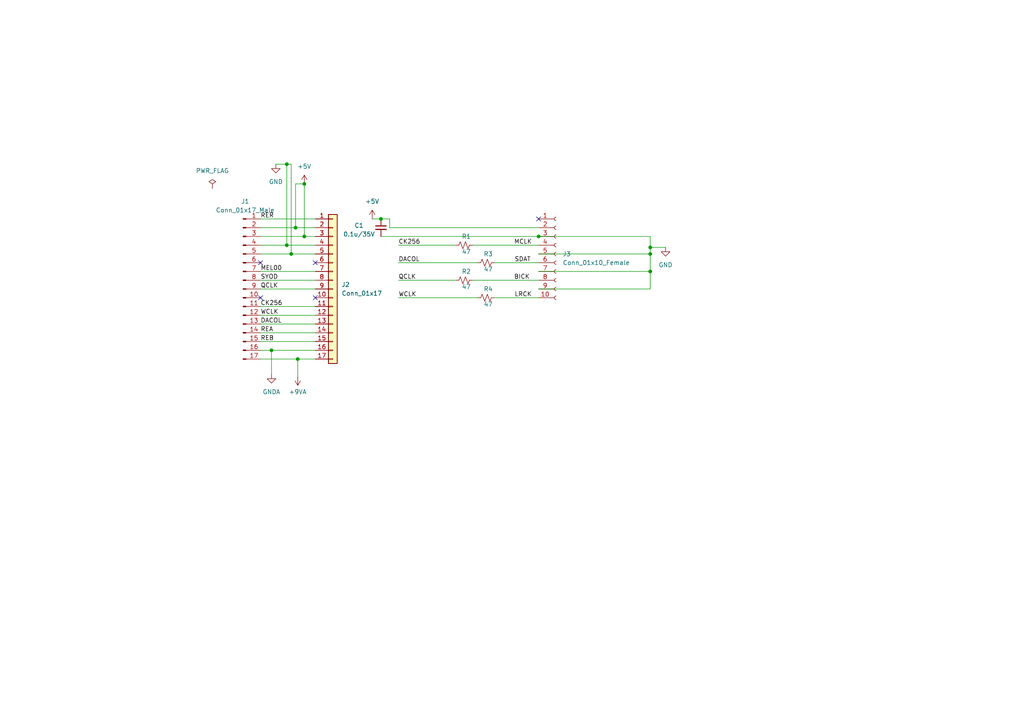
<source format=kicad_sch>
(kicad_sch (version 20211123) (generator eeschema)

  (uuid e63e39d7-6ac0-4ffd-8aa3-1841a4541b55)

  (paper "A4")

  (lib_symbols
    (symbol "Connector:Conn_01x10_Female" (pin_names (offset 1.016) hide) (in_bom yes) (on_board yes)
      (property "Reference" "J" (id 0) (at 0 12.7 0)
        (effects (font (size 1.27 1.27)))
      )
      (property "Value" "Conn_01x10_Female" (id 1) (at 0 -15.24 0)
        (effects (font (size 1.27 1.27)))
      )
      (property "Footprint" "" (id 2) (at 0 0 0)
        (effects (font (size 1.27 1.27)) hide)
      )
      (property "Datasheet" "~" (id 3) (at 0 0 0)
        (effects (font (size 1.27 1.27)) hide)
      )
      (property "ki_keywords" "connector" (id 4) (at 0 0 0)
        (effects (font (size 1.27 1.27)) hide)
      )
      (property "ki_description" "Generic connector, single row, 01x10, script generated (kicad-library-utils/schlib/autogen/connector/)" (id 5) (at 0 0 0)
        (effects (font (size 1.27 1.27)) hide)
      )
      (property "ki_fp_filters" "Connector*:*_1x??_*" (id 6) (at 0 0 0)
        (effects (font (size 1.27 1.27)) hide)
      )
      (symbol "Conn_01x10_Female_1_1"
        (arc (start 0 -12.192) (mid -0.508 -12.7) (end 0 -13.208)
          (stroke (width 0.1524) (type default) (color 0 0 0 0))
          (fill (type none))
        )
        (arc (start 0 -9.652) (mid -0.508 -10.16) (end 0 -10.668)
          (stroke (width 0.1524) (type default) (color 0 0 0 0))
          (fill (type none))
        )
        (arc (start 0 -7.112) (mid -0.508 -7.62) (end 0 -8.128)
          (stroke (width 0.1524) (type default) (color 0 0 0 0))
          (fill (type none))
        )
        (arc (start 0 -4.572) (mid -0.508 -5.08) (end 0 -5.588)
          (stroke (width 0.1524) (type default) (color 0 0 0 0))
          (fill (type none))
        )
        (arc (start 0 -2.032) (mid -0.508 -2.54) (end 0 -3.048)
          (stroke (width 0.1524) (type default) (color 0 0 0 0))
          (fill (type none))
        )
        (polyline
          (pts
            (xy -1.27 -12.7)
            (xy -0.508 -12.7)
          )
          (stroke (width 0.1524) (type default) (color 0 0 0 0))
          (fill (type none))
        )
        (polyline
          (pts
            (xy -1.27 -10.16)
            (xy -0.508 -10.16)
          )
          (stroke (width 0.1524) (type default) (color 0 0 0 0))
          (fill (type none))
        )
        (polyline
          (pts
            (xy -1.27 -7.62)
            (xy -0.508 -7.62)
          )
          (stroke (width 0.1524) (type default) (color 0 0 0 0))
          (fill (type none))
        )
        (polyline
          (pts
            (xy -1.27 -5.08)
            (xy -0.508 -5.08)
          )
          (stroke (width 0.1524) (type default) (color 0 0 0 0))
          (fill (type none))
        )
        (polyline
          (pts
            (xy -1.27 -2.54)
            (xy -0.508 -2.54)
          )
          (stroke (width 0.1524) (type default) (color 0 0 0 0))
          (fill (type none))
        )
        (polyline
          (pts
            (xy -1.27 0)
            (xy -0.508 0)
          )
          (stroke (width 0.1524) (type default) (color 0 0 0 0))
          (fill (type none))
        )
        (polyline
          (pts
            (xy -1.27 2.54)
            (xy -0.508 2.54)
          )
          (stroke (width 0.1524) (type default) (color 0 0 0 0))
          (fill (type none))
        )
        (polyline
          (pts
            (xy -1.27 5.08)
            (xy -0.508 5.08)
          )
          (stroke (width 0.1524) (type default) (color 0 0 0 0))
          (fill (type none))
        )
        (polyline
          (pts
            (xy -1.27 7.62)
            (xy -0.508 7.62)
          )
          (stroke (width 0.1524) (type default) (color 0 0 0 0))
          (fill (type none))
        )
        (polyline
          (pts
            (xy -1.27 10.16)
            (xy -0.508 10.16)
          )
          (stroke (width 0.1524) (type default) (color 0 0 0 0))
          (fill (type none))
        )
        (arc (start 0 0.508) (mid -0.508 0) (end 0 -0.508)
          (stroke (width 0.1524) (type default) (color 0 0 0 0))
          (fill (type none))
        )
        (arc (start 0 3.048) (mid -0.508 2.54) (end 0 2.032)
          (stroke (width 0.1524) (type default) (color 0 0 0 0))
          (fill (type none))
        )
        (arc (start 0 5.588) (mid -0.508 5.08) (end 0 4.572)
          (stroke (width 0.1524) (type default) (color 0 0 0 0))
          (fill (type none))
        )
        (arc (start 0 8.128) (mid -0.508 7.62) (end 0 7.112)
          (stroke (width 0.1524) (type default) (color 0 0 0 0))
          (fill (type none))
        )
        (arc (start 0 10.668) (mid -0.508 10.16) (end 0 9.652)
          (stroke (width 0.1524) (type default) (color 0 0 0 0))
          (fill (type none))
        )
        (pin passive line (at -5.08 10.16 0) (length 3.81)
          (name "Pin_1" (effects (font (size 1.27 1.27))))
          (number "1" (effects (font (size 1.27 1.27))))
        )
        (pin passive line (at -5.08 -12.7 0) (length 3.81)
          (name "Pin_10" (effects (font (size 1.27 1.27))))
          (number "10" (effects (font (size 1.27 1.27))))
        )
        (pin passive line (at -5.08 7.62 0) (length 3.81)
          (name "Pin_2" (effects (font (size 1.27 1.27))))
          (number "2" (effects (font (size 1.27 1.27))))
        )
        (pin passive line (at -5.08 5.08 0) (length 3.81)
          (name "Pin_3" (effects (font (size 1.27 1.27))))
          (number "3" (effects (font (size 1.27 1.27))))
        )
        (pin passive line (at -5.08 2.54 0) (length 3.81)
          (name "Pin_4" (effects (font (size 1.27 1.27))))
          (number "4" (effects (font (size 1.27 1.27))))
        )
        (pin passive line (at -5.08 0 0) (length 3.81)
          (name "Pin_5" (effects (font (size 1.27 1.27))))
          (number "5" (effects (font (size 1.27 1.27))))
        )
        (pin passive line (at -5.08 -2.54 0) (length 3.81)
          (name "Pin_6" (effects (font (size 1.27 1.27))))
          (number "6" (effects (font (size 1.27 1.27))))
        )
        (pin passive line (at -5.08 -5.08 0) (length 3.81)
          (name "Pin_7" (effects (font (size 1.27 1.27))))
          (number "7" (effects (font (size 1.27 1.27))))
        )
        (pin passive line (at -5.08 -7.62 0) (length 3.81)
          (name "Pin_8" (effects (font (size 1.27 1.27))))
          (number "8" (effects (font (size 1.27 1.27))))
        )
        (pin passive line (at -5.08 -10.16 0) (length 3.81)
          (name "Pin_9" (effects (font (size 1.27 1.27))))
          (number "9" (effects (font (size 1.27 1.27))))
        )
      )
    )
    (symbol "Connector:Conn_01x17_Male" (pin_names (offset 1.016) hide) (in_bom yes) (on_board yes)
      (property "Reference" "J" (id 0) (at 0 22.86 0)
        (effects (font (size 1.27 1.27)))
      )
      (property "Value" "Conn_01x17_Male" (id 1) (at 0 -22.86 0)
        (effects (font (size 1.27 1.27)))
      )
      (property "Footprint" "" (id 2) (at 0 0 0)
        (effects (font (size 1.27 1.27)) hide)
      )
      (property "Datasheet" "~" (id 3) (at 0 0 0)
        (effects (font (size 1.27 1.27)) hide)
      )
      (property "ki_keywords" "connector" (id 4) (at 0 0 0)
        (effects (font (size 1.27 1.27)) hide)
      )
      (property "ki_description" "Generic connector, single row, 01x17, script generated (kicad-library-utils/schlib/autogen/connector/)" (id 5) (at 0 0 0)
        (effects (font (size 1.27 1.27)) hide)
      )
      (property "ki_fp_filters" "Connector*:*_1x??_*" (id 6) (at 0 0 0)
        (effects (font (size 1.27 1.27)) hide)
      )
      (symbol "Conn_01x17_Male_1_1"
        (polyline
          (pts
            (xy 1.27 -20.32)
            (xy 0.8636 -20.32)
          )
          (stroke (width 0.1524) (type default) (color 0 0 0 0))
          (fill (type none))
        )
        (polyline
          (pts
            (xy 1.27 -17.78)
            (xy 0.8636 -17.78)
          )
          (stroke (width 0.1524) (type default) (color 0 0 0 0))
          (fill (type none))
        )
        (polyline
          (pts
            (xy 1.27 -15.24)
            (xy 0.8636 -15.24)
          )
          (stroke (width 0.1524) (type default) (color 0 0 0 0))
          (fill (type none))
        )
        (polyline
          (pts
            (xy 1.27 -12.7)
            (xy 0.8636 -12.7)
          )
          (stroke (width 0.1524) (type default) (color 0 0 0 0))
          (fill (type none))
        )
        (polyline
          (pts
            (xy 1.27 -10.16)
            (xy 0.8636 -10.16)
          )
          (stroke (width 0.1524) (type default) (color 0 0 0 0))
          (fill (type none))
        )
        (polyline
          (pts
            (xy 1.27 -7.62)
            (xy 0.8636 -7.62)
          )
          (stroke (width 0.1524) (type default) (color 0 0 0 0))
          (fill (type none))
        )
        (polyline
          (pts
            (xy 1.27 -5.08)
            (xy 0.8636 -5.08)
          )
          (stroke (width 0.1524) (type default) (color 0 0 0 0))
          (fill (type none))
        )
        (polyline
          (pts
            (xy 1.27 -2.54)
            (xy 0.8636 -2.54)
          )
          (stroke (width 0.1524) (type default) (color 0 0 0 0))
          (fill (type none))
        )
        (polyline
          (pts
            (xy 1.27 0)
            (xy 0.8636 0)
          )
          (stroke (width 0.1524) (type default) (color 0 0 0 0))
          (fill (type none))
        )
        (polyline
          (pts
            (xy 1.27 2.54)
            (xy 0.8636 2.54)
          )
          (stroke (width 0.1524) (type default) (color 0 0 0 0))
          (fill (type none))
        )
        (polyline
          (pts
            (xy 1.27 5.08)
            (xy 0.8636 5.08)
          )
          (stroke (width 0.1524) (type default) (color 0 0 0 0))
          (fill (type none))
        )
        (polyline
          (pts
            (xy 1.27 7.62)
            (xy 0.8636 7.62)
          )
          (stroke (width 0.1524) (type default) (color 0 0 0 0))
          (fill (type none))
        )
        (polyline
          (pts
            (xy 1.27 10.16)
            (xy 0.8636 10.16)
          )
          (stroke (width 0.1524) (type default) (color 0 0 0 0))
          (fill (type none))
        )
        (polyline
          (pts
            (xy 1.27 12.7)
            (xy 0.8636 12.7)
          )
          (stroke (width 0.1524) (type default) (color 0 0 0 0))
          (fill (type none))
        )
        (polyline
          (pts
            (xy 1.27 15.24)
            (xy 0.8636 15.24)
          )
          (stroke (width 0.1524) (type default) (color 0 0 0 0))
          (fill (type none))
        )
        (polyline
          (pts
            (xy 1.27 17.78)
            (xy 0.8636 17.78)
          )
          (stroke (width 0.1524) (type default) (color 0 0 0 0))
          (fill (type none))
        )
        (polyline
          (pts
            (xy 1.27 20.32)
            (xy 0.8636 20.32)
          )
          (stroke (width 0.1524) (type default) (color 0 0 0 0))
          (fill (type none))
        )
        (rectangle (start 0.8636 -20.193) (end 0 -20.447)
          (stroke (width 0.1524) (type default) (color 0 0 0 0))
          (fill (type outline))
        )
        (rectangle (start 0.8636 -17.653) (end 0 -17.907)
          (stroke (width 0.1524) (type default) (color 0 0 0 0))
          (fill (type outline))
        )
        (rectangle (start 0.8636 -15.113) (end 0 -15.367)
          (stroke (width 0.1524) (type default) (color 0 0 0 0))
          (fill (type outline))
        )
        (rectangle (start 0.8636 -12.573) (end 0 -12.827)
          (stroke (width 0.1524) (type default) (color 0 0 0 0))
          (fill (type outline))
        )
        (rectangle (start 0.8636 -10.033) (end 0 -10.287)
          (stroke (width 0.1524) (type default) (color 0 0 0 0))
          (fill (type outline))
        )
        (rectangle (start 0.8636 -7.493) (end 0 -7.747)
          (stroke (width 0.1524) (type default) (color 0 0 0 0))
          (fill (type outline))
        )
        (rectangle (start 0.8636 -4.953) (end 0 -5.207)
          (stroke (width 0.1524) (type default) (color 0 0 0 0))
          (fill (type outline))
        )
        (rectangle (start 0.8636 -2.413) (end 0 -2.667)
          (stroke (width 0.1524) (type default) (color 0 0 0 0))
          (fill (type outline))
        )
        (rectangle (start 0.8636 0.127) (end 0 -0.127)
          (stroke (width 0.1524) (type default) (color 0 0 0 0))
          (fill (type outline))
        )
        (rectangle (start 0.8636 2.667) (end 0 2.413)
          (stroke (width 0.1524) (type default) (color 0 0 0 0))
          (fill (type outline))
        )
        (rectangle (start 0.8636 5.207) (end 0 4.953)
          (stroke (width 0.1524) (type default) (color 0 0 0 0))
          (fill (type outline))
        )
        (rectangle (start 0.8636 7.747) (end 0 7.493)
          (stroke (width 0.1524) (type default) (color 0 0 0 0))
          (fill (type outline))
        )
        (rectangle (start 0.8636 10.287) (end 0 10.033)
          (stroke (width 0.1524) (type default) (color 0 0 0 0))
          (fill (type outline))
        )
        (rectangle (start 0.8636 12.827) (end 0 12.573)
          (stroke (width 0.1524) (type default) (color 0 0 0 0))
          (fill (type outline))
        )
        (rectangle (start 0.8636 15.367) (end 0 15.113)
          (stroke (width 0.1524) (type default) (color 0 0 0 0))
          (fill (type outline))
        )
        (rectangle (start 0.8636 17.907) (end 0 17.653)
          (stroke (width 0.1524) (type default) (color 0 0 0 0))
          (fill (type outline))
        )
        (rectangle (start 0.8636 20.447) (end 0 20.193)
          (stroke (width 0.1524) (type default) (color 0 0 0 0))
          (fill (type outline))
        )
        (pin passive line (at 5.08 20.32 180) (length 3.81)
          (name "Pin_1" (effects (font (size 1.27 1.27))))
          (number "1" (effects (font (size 1.27 1.27))))
        )
        (pin passive line (at 5.08 -2.54 180) (length 3.81)
          (name "Pin_10" (effects (font (size 1.27 1.27))))
          (number "10" (effects (font (size 1.27 1.27))))
        )
        (pin passive line (at 5.08 -5.08 180) (length 3.81)
          (name "Pin_11" (effects (font (size 1.27 1.27))))
          (number "11" (effects (font (size 1.27 1.27))))
        )
        (pin passive line (at 5.08 -7.62 180) (length 3.81)
          (name "Pin_12" (effects (font (size 1.27 1.27))))
          (number "12" (effects (font (size 1.27 1.27))))
        )
        (pin passive line (at 5.08 -10.16 180) (length 3.81)
          (name "Pin_13" (effects (font (size 1.27 1.27))))
          (number "13" (effects (font (size 1.27 1.27))))
        )
        (pin passive line (at 5.08 -12.7 180) (length 3.81)
          (name "Pin_14" (effects (font (size 1.27 1.27))))
          (number "14" (effects (font (size 1.27 1.27))))
        )
        (pin passive line (at 5.08 -15.24 180) (length 3.81)
          (name "Pin_15" (effects (font (size 1.27 1.27))))
          (number "15" (effects (font (size 1.27 1.27))))
        )
        (pin passive line (at 5.08 -17.78 180) (length 3.81)
          (name "Pin_16" (effects (font (size 1.27 1.27))))
          (number "16" (effects (font (size 1.27 1.27))))
        )
        (pin passive line (at 5.08 -20.32 180) (length 3.81)
          (name "Pin_17" (effects (font (size 1.27 1.27))))
          (number "17" (effects (font (size 1.27 1.27))))
        )
        (pin passive line (at 5.08 17.78 180) (length 3.81)
          (name "Pin_2" (effects (font (size 1.27 1.27))))
          (number "2" (effects (font (size 1.27 1.27))))
        )
        (pin passive line (at 5.08 15.24 180) (length 3.81)
          (name "Pin_3" (effects (font (size 1.27 1.27))))
          (number "3" (effects (font (size 1.27 1.27))))
        )
        (pin passive line (at 5.08 12.7 180) (length 3.81)
          (name "Pin_4" (effects (font (size 1.27 1.27))))
          (number "4" (effects (font (size 1.27 1.27))))
        )
        (pin passive line (at 5.08 10.16 180) (length 3.81)
          (name "Pin_5" (effects (font (size 1.27 1.27))))
          (number "5" (effects (font (size 1.27 1.27))))
        )
        (pin passive line (at 5.08 7.62 180) (length 3.81)
          (name "Pin_6" (effects (font (size 1.27 1.27))))
          (number "6" (effects (font (size 1.27 1.27))))
        )
        (pin passive line (at 5.08 5.08 180) (length 3.81)
          (name "Pin_7" (effects (font (size 1.27 1.27))))
          (number "7" (effects (font (size 1.27 1.27))))
        )
        (pin passive line (at 5.08 2.54 180) (length 3.81)
          (name "Pin_8" (effects (font (size 1.27 1.27))))
          (number "8" (effects (font (size 1.27 1.27))))
        )
        (pin passive line (at 5.08 0 180) (length 3.81)
          (name "Pin_9" (effects (font (size 1.27 1.27))))
          (number "9" (effects (font (size 1.27 1.27))))
        )
      )
    )
    (symbol "Connector_Generic:Conn_01x17" (pin_names (offset 1.016) hide) (in_bom yes) (on_board yes)
      (property "Reference" "J" (id 0) (at 0 22.86 0)
        (effects (font (size 1.27 1.27)))
      )
      (property "Value" "Conn_01x17" (id 1) (at 0 -22.86 0)
        (effects (font (size 1.27 1.27)))
      )
      (property "Footprint" "" (id 2) (at 0 0 0)
        (effects (font (size 1.27 1.27)) hide)
      )
      (property "Datasheet" "~" (id 3) (at 0 0 0)
        (effects (font (size 1.27 1.27)) hide)
      )
      (property "ki_keywords" "connector" (id 4) (at 0 0 0)
        (effects (font (size 1.27 1.27)) hide)
      )
      (property "ki_description" "Generic connector, single row, 01x17, script generated (kicad-library-utils/schlib/autogen/connector/)" (id 5) (at 0 0 0)
        (effects (font (size 1.27 1.27)) hide)
      )
      (property "ki_fp_filters" "Connector*:*_1x??_*" (id 6) (at 0 0 0)
        (effects (font (size 1.27 1.27)) hide)
      )
      (symbol "Conn_01x17_1_1"
        (rectangle (start -1.27 -20.193) (end 0 -20.447)
          (stroke (width 0.1524) (type default) (color 0 0 0 0))
          (fill (type none))
        )
        (rectangle (start -1.27 -17.653) (end 0 -17.907)
          (stroke (width 0.1524) (type default) (color 0 0 0 0))
          (fill (type none))
        )
        (rectangle (start -1.27 -15.113) (end 0 -15.367)
          (stroke (width 0.1524) (type default) (color 0 0 0 0))
          (fill (type none))
        )
        (rectangle (start -1.27 -12.573) (end 0 -12.827)
          (stroke (width 0.1524) (type default) (color 0 0 0 0))
          (fill (type none))
        )
        (rectangle (start -1.27 -10.033) (end 0 -10.287)
          (stroke (width 0.1524) (type default) (color 0 0 0 0))
          (fill (type none))
        )
        (rectangle (start -1.27 -7.493) (end 0 -7.747)
          (stroke (width 0.1524) (type default) (color 0 0 0 0))
          (fill (type none))
        )
        (rectangle (start -1.27 -4.953) (end 0 -5.207)
          (stroke (width 0.1524) (type default) (color 0 0 0 0))
          (fill (type none))
        )
        (rectangle (start -1.27 -2.413) (end 0 -2.667)
          (stroke (width 0.1524) (type default) (color 0 0 0 0))
          (fill (type none))
        )
        (rectangle (start -1.27 0.127) (end 0 -0.127)
          (stroke (width 0.1524) (type default) (color 0 0 0 0))
          (fill (type none))
        )
        (rectangle (start -1.27 2.667) (end 0 2.413)
          (stroke (width 0.1524) (type default) (color 0 0 0 0))
          (fill (type none))
        )
        (rectangle (start -1.27 5.207) (end 0 4.953)
          (stroke (width 0.1524) (type default) (color 0 0 0 0))
          (fill (type none))
        )
        (rectangle (start -1.27 7.747) (end 0 7.493)
          (stroke (width 0.1524) (type default) (color 0 0 0 0))
          (fill (type none))
        )
        (rectangle (start -1.27 10.287) (end 0 10.033)
          (stroke (width 0.1524) (type default) (color 0 0 0 0))
          (fill (type none))
        )
        (rectangle (start -1.27 12.827) (end 0 12.573)
          (stroke (width 0.1524) (type default) (color 0 0 0 0))
          (fill (type none))
        )
        (rectangle (start -1.27 15.367) (end 0 15.113)
          (stroke (width 0.1524) (type default) (color 0 0 0 0))
          (fill (type none))
        )
        (rectangle (start -1.27 17.907) (end 0 17.653)
          (stroke (width 0.1524) (type default) (color 0 0 0 0))
          (fill (type none))
        )
        (rectangle (start -1.27 20.447) (end 0 20.193)
          (stroke (width 0.1524) (type default) (color 0 0 0 0))
          (fill (type none))
        )
        (rectangle (start -1.27 21.59) (end 1.27 -21.59)
          (stroke (width 0.254) (type default) (color 0 0 0 0))
          (fill (type background))
        )
        (pin passive line (at -5.08 20.32 0) (length 3.81)
          (name "Pin_1" (effects (font (size 1.27 1.27))))
          (number "1" (effects (font (size 1.27 1.27))))
        )
        (pin passive line (at -5.08 -2.54 0) (length 3.81)
          (name "Pin_10" (effects (font (size 1.27 1.27))))
          (number "10" (effects (font (size 1.27 1.27))))
        )
        (pin passive line (at -5.08 -5.08 0) (length 3.81)
          (name "Pin_11" (effects (font (size 1.27 1.27))))
          (number "11" (effects (font (size 1.27 1.27))))
        )
        (pin passive line (at -5.08 -7.62 0) (length 3.81)
          (name "Pin_12" (effects (font (size 1.27 1.27))))
          (number "12" (effects (font (size 1.27 1.27))))
        )
        (pin passive line (at -5.08 -10.16 0) (length 3.81)
          (name "Pin_13" (effects (font (size 1.27 1.27))))
          (number "13" (effects (font (size 1.27 1.27))))
        )
        (pin passive line (at -5.08 -12.7 0) (length 3.81)
          (name "Pin_14" (effects (font (size 1.27 1.27))))
          (number "14" (effects (font (size 1.27 1.27))))
        )
        (pin passive line (at -5.08 -15.24 0) (length 3.81)
          (name "Pin_15" (effects (font (size 1.27 1.27))))
          (number "15" (effects (font (size 1.27 1.27))))
        )
        (pin passive line (at -5.08 -17.78 0) (length 3.81)
          (name "Pin_16" (effects (font (size 1.27 1.27))))
          (number "16" (effects (font (size 1.27 1.27))))
        )
        (pin passive line (at -5.08 -20.32 0) (length 3.81)
          (name "Pin_17" (effects (font (size 1.27 1.27))))
          (number "17" (effects (font (size 1.27 1.27))))
        )
        (pin passive line (at -5.08 17.78 0) (length 3.81)
          (name "Pin_2" (effects (font (size 1.27 1.27))))
          (number "2" (effects (font (size 1.27 1.27))))
        )
        (pin passive line (at -5.08 15.24 0) (length 3.81)
          (name "Pin_3" (effects (font (size 1.27 1.27))))
          (number "3" (effects (font (size 1.27 1.27))))
        )
        (pin passive line (at -5.08 12.7 0) (length 3.81)
          (name "Pin_4" (effects (font (size 1.27 1.27))))
          (number "4" (effects (font (size 1.27 1.27))))
        )
        (pin passive line (at -5.08 10.16 0) (length 3.81)
          (name "Pin_5" (effects (font (size 1.27 1.27))))
          (number "5" (effects (font (size 1.27 1.27))))
        )
        (pin passive line (at -5.08 7.62 0) (length 3.81)
          (name "Pin_6" (effects (font (size 1.27 1.27))))
          (number "6" (effects (font (size 1.27 1.27))))
        )
        (pin passive line (at -5.08 5.08 0) (length 3.81)
          (name "Pin_7" (effects (font (size 1.27 1.27))))
          (number "7" (effects (font (size 1.27 1.27))))
        )
        (pin passive line (at -5.08 2.54 0) (length 3.81)
          (name "Pin_8" (effects (font (size 1.27 1.27))))
          (number "8" (effects (font (size 1.27 1.27))))
        )
        (pin passive line (at -5.08 0 0) (length 3.81)
          (name "Pin_9" (effects (font (size 1.27 1.27))))
          (number "9" (effects (font (size 1.27 1.27))))
        )
      )
    )
    (symbol "Device:C_Small" (pin_numbers hide) (pin_names (offset 0.254) hide) (in_bom yes) (on_board yes)
      (property "Reference" "C" (id 0) (at 0.254 1.778 0)
        (effects (font (size 1.27 1.27)) (justify left))
      )
      (property "Value" "C_Small" (id 1) (at 0.254 -2.032 0)
        (effects (font (size 1.27 1.27)) (justify left))
      )
      (property "Footprint" "" (id 2) (at 0 0 0)
        (effects (font (size 1.27 1.27)) hide)
      )
      (property "Datasheet" "~" (id 3) (at 0 0 0)
        (effects (font (size 1.27 1.27)) hide)
      )
      (property "ki_keywords" "capacitor cap" (id 4) (at 0 0 0)
        (effects (font (size 1.27 1.27)) hide)
      )
      (property "ki_description" "Unpolarized capacitor, small symbol" (id 5) (at 0 0 0)
        (effects (font (size 1.27 1.27)) hide)
      )
      (property "ki_fp_filters" "C_*" (id 6) (at 0 0 0)
        (effects (font (size 1.27 1.27)) hide)
      )
      (symbol "C_Small_0_1"
        (polyline
          (pts
            (xy -1.524 -0.508)
            (xy 1.524 -0.508)
          )
          (stroke (width 0.3302) (type default) (color 0 0 0 0))
          (fill (type none))
        )
        (polyline
          (pts
            (xy -1.524 0.508)
            (xy 1.524 0.508)
          )
          (stroke (width 0.3048) (type default) (color 0 0 0 0))
          (fill (type none))
        )
      )
      (symbol "C_Small_1_1"
        (pin passive line (at 0 2.54 270) (length 2.032)
          (name "~" (effects (font (size 1.27 1.27))))
          (number "1" (effects (font (size 1.27 1.27))))
        )
        (pin passive line (at 0 -2.54 90) (length 2.032)
          (name "~" (effects (font (size 1.27 1.27))))
          (number "2" (effects (font (size 1.27 1.27))))
        )
      )
    )
    (symbol "Device:R_Small_US" (pin_numbers hide) (pin_names (offset 0.254) hide) (in_bom yes) (on_board yes)
      (property "Reference" "R" (id 0) (at 0.762 0.508 0)
        (effects (font (size 1.27 1.27)) (justify left))
      )
      (property "Value" "R_Small_US" (id 1) (at 0.762 -1.016 0)
        (effects (font (size 1.27 1.27)) (justify left))
      )
      (property "Footprint" "" (id 2) (at 0 0 0)
        (effects (font (size 1.27 1.27)) hide)
      )
      (property "Datasheet" "~" (id 3) (at 0 0 0)
        (effects (font (size 1.27 1.27)) hide)
      )
      (property "ki_keywords" "r resistor" (id 4) (at 0 0 0)
        (effects (font (size 1.27 1.27)) hide)
      )
      (property "ki_description" "Resistor, small US symbol" (id 5) (at 0 0 0)
        (effects (font (size 1.27 1.27)) hide)
      )
      (property "ki_fp_filters" "R_*" (id 6) (at 0 0 0)
        (effects (font (size 1.27 1.27)) hide)
      )
      (symbol "R_Small_US_1_1"
        (polyline
          (pts
            (xy 0 0)
            (xy 1.016 -0.381)
            (xy 0 -0.762)
            (xy -1.016 -1.143)
            (xy 0 -1.524)
          )
          (stroke (width 0) (type default) (color 0 0 0 0))
          (fill (type none))
        )
        (polyline
          (pts
            (xy 0 1.524)
            (xy 1.016 1.143)
            (xy 0 0.762)
            (xy -1.016 0.381)
            (xy 0 0)
          )
          (stroke (width 0) (type default) (color 0 0 0 0))
          (fill (type none))
        )
        (pin passive line (at 0 2.54 270) (length 1.016)
          (name "~" (effects (font (size 1.27 1.27))))
          (number "1" (effects (font (size 1.27 1.27))))
        )
        (pin passive line (at 0 -2.54 90) (length 1.016)
          (name "~" (effects (font (size 1.27 1.27))))
          (number "2" (effects (font (size 1.27 1.27))))
        )
      )
    )
    (symbol "power:+5V" (power) (pin_names (offset 0)) (in_bom yes) (on_board yes)
      (property "Reference" "#PWR" (id 0) (at 0 -3.81 0)
        (effects (font (size 1.27 1.27)) hide)
      )
      (property "Value" "+5V" (id 1) (at 0 3.556 0)
        (effects (font (size 1.27 1.27)))
      )
      (property "Footprint" "" (id 2) (at 0 0 0)
        (effects (font (size 1.27 1.27)) hide)
      )
      (property "Datasheet" "" (id 3) (at 0 0 0)
        (effects (font (size 1.27 1.27)) hide)
      )
      (property "ki_keywords" "power-flag" (id 4) (at 0 0 0)
        (effects (font (size 1.27 1.27)) hide)
      )
      (property "ki_description" "Power symbol creates a global label with name \"+5V\"" (id 5) (at 0 0 0)
        (effects (font (size 1.27 1.27)) hide)
      )
      (symbol "+5V_0_1"
        (polyline
          (pts
            (xy -0.762 1.27)
            (xy 0 2.54)
          )
          (stroke (width 0) (type default) (color 0 0 0 0))
          (fill (type none))
        )
        (polyline
          (pts
            (xy 0 0)
            (xy 0 2.54)
          )
          (stroke (width 0) (type default) (color 0 0 0 0))
          (fill (type none))
        )
        (polyline
          (pts
            (xy 0 2.54)
            (xy 0.762 1.27)
          )
          (stroke (width 0) (type default) (color 0 0 0 0))
          (fill (type none))
        )
      )
      (symbol "+5V_1_1"
        (pin power_in line (at 0 0 90) (length 0) hide
          (name "+5V" (effects (font (size 1.27 1.27))))
          (number "1" (effects (font (size 1.27 1.27))))
        )
      )
    )
    (symbol "power:+9VA" (power) (pin_names (offset 0)) (in_bom yes) (on_board yes)
      (property "Reference" "#PWR" (id 0) (at 0 -3.175 0)
        (effects (font (size 1.27 1.27)) hide)
      )
      (property "Value" "+9VA" (id 1) (at 0 3.81 0)
        (effects (font (size 1.27 1.27)))
      )
      (property "Footprint" "" (id 2) (at 0 0 0)
        (effects (font (size 1.27 1.27)) hide)
      )
      (property "Datasheet" "" (id 3) (at 0 0 0)
        (effects (font (size 1.27 1.27)) hide)
      )
      (property "ki_keywords" "power-flag" (id 4) (at 0 0 0)
        (effects (font (size 1.27 1.27)) hide)
      )
      (property "ki_description" "Power symbol creates a global label with name \"+9VA\"" (id 5) (at 0 0 0)
        (effects (font (size 1.27 1.27)) hide)
      )
      (symbol "+9VA_0_1"
        (polyline
          (pts
            (xy -0.762 1.27)
            (xy 0 2.54)
          )
          (stroke (width 0) (type default) (color 0 0 0 0))
          (fill (type none))
        )
        (polyline
          (pts
            (xy 0 0)
            (xy 0 2.54)
          )
          (stroke (width 0) (type default) (color 0 0 0 0))
          (fill (type none))
        )
        (polyline
          (pts
            (xy 0 2.54)
            (xy 0.762 1.27)
          )
          (stroke (width 0) (type default) (color 0 0 0 0))
          (fill (type none))
        )
      )
      (symbol "+9VA_1_1"
        (pin power_in line (at 0 0 90) (length 0) hide
          (name "+9VA" (effects (font (size 1.27 1.27))))
          (number "1" (effects (font (size 1.27 1.27))))
        )
      )
    )
    (symbol "power:GND" (power) (pin_names (offset 0)) (in_bom yes) (on_board yes)
      (property "Reference" "#PWR" (id 0) (at 0 -6.35 0)
        (effects (font (size 1.27 1.27)) hide)
      )
      (property "Value" "GND" (id 1) (at 0 -3.81 0)
        (effects (font (size 1.27 1.27)))
      )
      (property "Footprint" "" (id 2) (at 0 0 0)
        (effects (font (size 1.27 1.27)) hide)
      )
      (property "Datasheet" "" (id 3) (at 0 0 0)
        (effects (font (size 1.27 1.27)) hide)
      )
      (property "ki_keywords" "power-flag" (id 4) (at 0 0 0)
        (effects (font (size 1.27 1.27)) hide)
      )
      (property "ki_description" "Power symbol creates a global label with name \"GND\" , ground" (id 5) (at 0 0 0)
        (effects (font (size 1.27 1.27)) hide)
      )
      (symbol "GND_0_1"
        (polyline
          (pts
            (xy 0 0)
            (xy 0 -1.27)
            (xy 1.27 -1.27)
            (xy 0 -2.54)
            (xy -1.27 -1.27)
            (xy 0 -1.27)
          )
          (stroke (width 0) (type default) (color 0 0 0 0))
          (fill (type none))
        )
      )
      (symbol "GND_1_1"
        (pin power_in line (at 0 0 270) (length 0) hide
          (name "GND" (effects (font (size 1.27 1.27))))
          (number "1" (effects (font (size 1.27 1.27))))
        )
      )
    )
    (symbol "power:GNDA" (power) (pin_names (offset 0)) (in_bom yes) (on_board yes)
      (property "Reference" "#PWR" (id 0) (at 0 -6.35 0)
        (effects (font (size 1.27 1.27)) hide)
      )
      (property "Value" "GNDA" (id 1) (at 0 -3.81 0)
        (effects (font (size 1.27 1.27)))
      )
      (property "Footprint" "" (id 2) (at 0 0 0)
        (effects (font (size 1.27 1.27)) hide)
      )
      (property "Datasheet" "" (id 3) (at 0 0 0)
        (effects (font (size 1.27 1.27)) hide)
      )
      (property "ki_keywords" "power-flag" (id 4) (at 0 0 0)
        (effects (font (size 1.27 1.27)) hide)
      )
      (property "ki_description" "Power symbol creates a global label with name \"GNDA\" , analog ground" (id 5) (at 0 0 0)
        (effects (font (size 1.27 1.27)) hide)
      )
      (symbol "GNDA_0_1"
        (polyline
          (pts
            (xy 0 0)
            (xy 0 -1.27)
            (xy 1.27 -1.27)
            (xy 0 -2.54)
            (xy -1.27 -1.27)
            (xy 0 -1.27)
          )
          (stroke (width 0) (type default) (color 0 0 0 0))
          (fill (type none))
        )
      )
      (symbol "GNDA_1_1"
        (pin power_in line (at 0 0 270) (length 0) hide
          (name "GNDA" (effects (font (size 1.27 1.27))))
          (number "1" (effects (font (size 1.27 1.27))))
        )
      )
    )
    (symbol "power:PWR_FLAG" (power) (pin_numbers hide) (pin_names (offset 0) hide) (in_bom yes) (on_board yes)
      (property "Reference" "#FLG" (id 0) (at 0 1.905 0)
        (effects (font (size 1.27 1.27)) hide)
      )
      (property "Value" "PWR_FLAG" (id 1) (at 0 3.81 0)
        (effects (font (size 1.27 1.27)))
      )
      (property "Footprint" "" (id 2) (at 0 0 0)
        (effects (font (size 1.27 1.27)) hide)
      )
      (property "Datasheet" "~" (id 3) (at 0 0 0)
        (effects (font (size 1.27 1.27)) hide)
      )
      (property "ki_keywords" "power-flag" (id 4) (at 0 0 0)
        (effects (font (size 1.27 1.27)) hide)
      )
      (property "ki_description" "Special symbol for telling ERC where power comes from" (id 5) (at 0 0 0)
        (effects (font (size 1.27 1.27)) hide)
      )
      (symbol "PWR_FLAG_0_0"
        (pin power_out line (at 0 0 90) (length 0)
          (name "pwr" (effects (font (size 1.27 1.27))))
          (number "1" (effects (font (size 1.27 1.27))))
        )
      )
      (symbol "PWR_FLAG_0_1"
        (polyline
          (pts
            (xy 0 0)
            (xy 0 1.27)
            (xy -1.016 1.905)
            (xy 0 2.54)
            (xy 1.016 1.905)
            (xy 0 1.27)
          )
          (stroke (width 0) (type default) (color 0 0 0 0))
          (fill (type none))
        )
      )
    )
  )

  (junction (at 88.265 53.34) (diameter 0) (color 0 0 0 0)
    (uuid 26701d6a-bb41-4895-a97f-47bb8c0f7863)
  )
  (junction (at 156.21 68.58) (diameter 0) (color 0 0 0 0)
    (uuid 4fccb9b8-df3c-4026-96bc-20ab1d72a912)
  )
  (junction (at 85.725 66.04) (diameter 0) (color 0 0 0 0)
    (uuid 6218ef6c-0371-4124-8016-45ec9eb1e748)
  )
  (junction (at 78.74 101.6) (diameter 0) (color 0 0 0 0)
    (uuid 6cda7f90-ac63-4a40-ba5b-bdf1640e6087)
  )
  (junction (at 84.455 73.66) (diameter 0) (color 0 0 0 0)
    (uuid 6e7d3207-7e70-4163-8617-3b4ecafa6076)
  )
  (junction (at 83.185 71.12) (diameter 0) (color 0 0 0 0)
    (uuid 70df46b9-b64f-4240-b561-93da9a276b62)
  )
  (junction (at 188.595 73.66) (diameter 0) (color 0 0 0 0)
    (uuid 892757dd-7475-4b4c-adca-bab837acc3d2)
  )
  (junction (at 110.49 63.5) (diameter 0) (color 0 0 0 0)
    (uuid b61b5139-f12b-4fc0-b7cb-00efd5e73aed)
  )
  (junction (at 83.185 47.625) (diameter 0) (color 0 0 0 0)
    (uuid b67edeb6-a27c-4919-8d71-401e1183e192)
  )
  (junction (at 188.595 78.74) (diameter 0) (color 0 0 0 0)
    (uuid c7ece955-6e99-45b5-b52f-ba89596bf43c)
  )
  (junction (at 88.265 68.58) (diameter 0) (color 0 0 0 0)
    (uuid d0bcc8bb-9f50-4946-8656-bc7a56a43b3f)
  )
  (junction (at 188.595 71.755) (diameter 0) (color 0 0 0 0)
    (uuid e0cfb0eb-5971-4409-a070-8dce68a7c33b)
  )
  (junction (at 86.36 104.14) (diameter 0) (color 0 0 0 0)
    (uuid ede17dd5-8d66-46f5-b58f-c99270bc800c)
  )

  (no_connect (at 156.21 63.5) (uuid 263e9b7e-c3cd-4442-851e-d2b54de99d8e))
  (no_connect (at 75.565 76.2) (uuid 94f92a53-a887-4e67-921d-9685969e3c14))
  (no_connect (at 91.44 86.36) (uuid 9e321569-1454-43aa-97b2-3a9d88a70a1c))
  (no_connect (at 91.44 76.2) (uuid b13dd5b5-b1d9-406e-9f43-8904eecfbba1))
  (no_connect (at 75.565 86.36) (uuid c47be862-d8a0-43a3-a421-7f18ac1f1586))

  (wire (pts (xy 156.21 83.82) (xy 188.595 83.82))
    (stroke (width 0) (type default) (color 0 0 0 0))
    (uuid 00812eb5-efd5-43ec-9866-146ba1398790)
  )
  (wire (pts (xy 75.565 66.04) (xy 85.725 66.04))
    (stroke (width 0) (type default) (color 0 0 0 0))
    (uuid 034e4687-5dc0-44d5-920e-856f2015a338)
  )
  (wire (pts (xy 78.74 108.585) (xy 78.74 101.6))
    (stroke (width 0) (type default) (color 0 0 0 0))
    (uuid 0a8898a8-8a44-4540-9407-b36f809787b9)
  )
  (wire (pts (xy 188.595 73.66) (xy 188.595 78.74))
    (stroke (width 0) (type default) (color 0 0 0 0))
    (uuid 12f6152f-74cc-48c7-b206-2108be79325e)
  )
  (wire (pts (xy 143.51 86.36) (xy 156.21 86.36))
    (stroke (width 0) (type default) (color 0 0 0 0))
    (uuid 19c55e24-e894-42d5-a628-5fdb89a093ff)
  )
  (wire (pts (xy 156.21 78.74) (xy 188.595 78.74))
    (stroke (width 0) (type default) (color 0 0 0 0))
    (uuid 1f7abaaf-d23f-440b-adc3-25bac38bb936)
  )
  (wire (pts (xy 85.725 53.34) (xy 85.725 66.04))
    (stroke (width 0) (type default) (color 0 0 0 0))
    (uuid 23b3dbea-ecc5-4d04-9c93-6a1946c471d5)
  )
  (wire (pts (xy 88.265 53.34) (xy 88.265 68.58))
    (stroke (width 0) (type default) (color 0 0 0 0))
    (uuid 2a488153-d0f2-4f66-a653-ca07ca50b36d)
  )
  (wire (pts (xy 75.565 104.14) (xy 86.36 104.14))
    (stroke (width 0) (type default) (color 0 0 0 0))
    (uuid 2a5abce8-5cc0-4402-9855-561acc3f6f9f)
  )
  (wire (pts (xy 75.565 96.52) (xy 91.44 96.52))
    (stroke (width 0) (type default) (color 0 0 0 0))
    (uuid 31a4ed14-aeae-4da4-9fa2-e96896dedc51)
  )
  (wire (pts (xy 156.21 73.66) (xy 188.595 73.66))
    (stroke (width 0) (type default) (color 0 0 0 0))
    (uuid 359cd3b2-a764-4ac2-8662-b4e4bbfa17cc)
  )
  (wire (pts (xy 75.565 63.5) (xy 91.44 63.5))
    (stroke (width 0) (type default) (color 0 0 0 0))
    (uuid 3a979d4e-23b9-4526-bb13-997633473a16)
  )
  (wire (pts (xy 80.01 47.625) (xy 83.185 47.625))
    (stroke (width 0) (type default) (color 0 0 0 0))
    (uuid 3b4250de-015c-4f2a-a604-f21f3b528893)
  )
  (wire (pts (xy 115.57 81.28) (xy 132.08 81.28))
    (stroke (width 0) (type default) (color 0 0 0 0))
    (uuid 4863c986-c3eb-4ff1-90bf-94a34fd474e4)
  )
  (wire (pts (xy 188.595 71.755) (xy 188.595 73.66))
    (stroke (width 0) (type default) (color 0 0 0 0))
    (uuid 49bd17a1-d01b-4a70-b511-2cc72f28397f)
  )
  (wire (pts (xy 132.08 71.12) (xy 115.57 71.12))
    (stroke (width 0) (type default) (color 0 0 0 0))
    (uuid 61114d49-084c-484f-a266-92423e09c4cd)
  )
  (wire (pts (xy 86.36 104.14) (xy 91.44 104.14))
    (stroke (width 0) (type default) (color 0 0 0 0))
    (uuid 61d4b756-3f3d-43c4-8005-08ead55bf0c4)
  )
  (wire (pts (xy 75.565 83.82) (xy 91.44 83.82))
    (stroke (width 0) (type default) (color 0 0 0 0))
    (uuid 6af062e1-0169-4405-9a0a-4a9da1581e6a)
  )
  (wire (pts (xy 75.565 101.6) (xy 78.74 101.6))
    (stroke (width 0) (type default) (color 0 0 0 0))
    (uuid 72836593-9aac-49aa-95d5-bb2be2f2fc28)
  )
  (wire (pts (xy 137.16 81.28) (xy 156.21 81.28))
    (stroke (width 0) (type default) (color 0 0 0 0))
    (uuid 7433e76b-cf1f-4a12-b98a-ebcc4c97d6e3)
  )
  (wire (pts (xy 75.565 78.74) (xy 91.44 78.74))
    (stroke (width 0) (type default) (color 0 0 0 0))
    (uuid 76ae60ae-60cc-4cac-bd28-934030db506a)
  )
  (wire (pts (xy 84.455 73.66) (xy 91.44 73.66))
    (stroke (width 0) (type default) (color 0 0 0 0))
    (uuid 77944fef-5e58-4d0c-8157-fc84aa65d7f6)
  )
  (wire (pts (xy 113.03 63.5) (xy 110.49 63.5))
    (stroke (width 0) (type default) (color 0 0 0 0))
    (uuid 7c88261c-b560-4313-aa53-9e1f754fe6d5)
  )
  (wire (pts (xy 75.565 73.66) (xy 84.455 73.66))
    (stroke (width 0) (type default) (color 0 0 0 0))
    (uuid 845a4990-a34f-46fc-a413-6e312bf4a2a5)
  )
  (wire (pts (xy 78.74 101.6) (xy 91.44 101.6))
    (stroke (width 0) (type default) (color 0 0 0 0))
    (uuid 86f84871-138d-4638-8b56-65c3edb7f9d6)
  )
  (wire (pts (xy 137.16 71.12) (xy 156.21 71.12))
    (stroke (width 0) (type default) (color 0 0 0 0))
    (uuid 9023a2fa-8091-414c-b234-f3c004b16169)
  )
  (wire (pts (xy 83.185 47.625) (xy 84.455 47.625))
    (stroke (width 0) (type default) (color 0 0 0 0))
    (uuid 958f554a-a3bb-4d2e-9d19-45775aa8f0c7)
  )
  (wire (pts (xy 156.21 68.58) (xy 188.595 68.58))
    (stroke (width 0) (type default) (color 0 0 0 0))
    (uuid 9ac1f308-032c-433d-b232-a84a2f850e04)
  )
  (wire (pts (xy 107.95 63.5) (xy 110.49 63.5))
    (stroke (width 0) (type default) (color 0 0 0 0))
    (uuid 9d62ae71-01a0-4666-9c70-6ce9db0e81c3)
  )
  (wire (pts (xy 83.185 47.625) (xy 83.185 71.12))
    (stroke (width 0) (type default) (color 0 0 0 0))
    (uuid 9dea2525-d2fb-4a2d-9ee8-c6c6e0f21ed8)
  )
  (wire (pts (xy 75.565 81.28) (xy 91.44 81.28))
    (stroke (width 0) (type default) (color 0 0 0 0))
    (uuid 9e6ee391-d8e5-4099-85e7-2d26cc522325)
  )
  (wire (pts (xy 75.565 88.9) (xy 91.44 88.9))
    (stroke (width 0) (type default) (color 0 0 0 0))
    (uuid a4d41beb-09eb-4709-8bc1-34c23837ced2)
  )
  (wire (pts (xy 113.03 66.04) (xy 156.21 66.04))
    (stroke (width 0) (type default) (color 0 0 0 0))
    (uuid a9639265-98df-48ed-8305-781f6ba3d508)
  )
  (wire (pts (xy 113.03 66.04) (xy 113.03 63.5))
    (stroke (width 0) (type default) (color 0 0 0 0))
    (uuid ae74513a-9afc-4b7c-8a1f-45f9737810b8)
  )
  (wire (pts (xy 75.565 68.58) (xy 88.265 68.58))
    (stroke (width 0) (type default) (color 0 0 0 0))
    (uuid b701ea28-fb01-4433-ac44-4eca48f7b951)
  )
  (wire (pts (xy 143.51 76.2) (xy 156.21 76.2))
    (stroke (width 0) (type default) (color 0 0 0 0))
    (uuid bd48503c-f4c4-42a8-ae21-79e8f388bbaf)
  )
  (wire (pts (xy 110.49 68.58) (xy 156.21 68.58))
    (stroke (width 0) (type default) (color 0 0 0 0))
    (uuid bda4c9d0-6791-45d7-b407-7c75862c0454)
  )
  (wire (pts (xy 75.565 93.98) (xy 91.44 93.98))
    (stroke (width 0) (type default) (color 0 0 0 0))
    (uuid c19428c6-11da-4ace-a0e8-49746d4e161f)
  )
  (wire (pts (xy 75.565 71.12) (xy 83.185 71.12))
    (stroke (width 0) (type default) (color 0 0 0 0))
    (uuid c579734e-c34f-4d95-80d6-56d4524750ca)
  )
  (wire (pts (xy 115.57 76.2) (xy 138.43 76.2))
    (stroke (width 0) (type default) (color 0 0 0 0))
    (uuid c6d926c4-ad9e-4b3d-8c9f-725cecd0fa80)
  )
  (wire (pts (xy 188.595 78.74) (xy 188.595 83.82))
    (stroke (width 0) (type default) (color 0 0 0 0))
    (uuid cafbcfb0-3005-4a8a-92f2-fa4a218925ec)
  )
  (wire (pts (xy 85.725 66.04) (xy 91.44 66.04))
    (stroke (width 0) (type default) (color 0 0 0 0))
    (uuid cb8f1459-acef-481c-80f5-153b9cd0f556)
  )
  (wire (pts (xy 115.57 86.36) (xy 138.43 86.36))
    (stroke (width 0) (type default) (color 0 0 0 0))
    (uuid d8097d7d-f729-4a61-8bbc-d492b086aacc)
  )
  (wire (pts (xy 88.265 68.58) (xy 91.44 68.58))
    (stroke (width 0) (type default) (color 0 0 0 0))
    (uuid dfb89f45-29b4-479d-a0dc-2699a8e9e946)
  )
  (wire (pts (xy 188.595 68.58) (xy 188.595 71.755))
    (stroke (width 0) (type default) (color 0 0 0 0))
    (uuid e4fcdd73-1b73-41d5-86e8-fa708452c6d3)
  )
  (wire (pts (xy 75.565 99.06) (xy 91.44 99.06))
    (stroke (width 0) (type default) (color 0 0 0 0))
    (uuid e5119d4c-3e7b-4dc5-baea-069359d74799)
  )
  (wire (pts (xy 84.455 73.66) (xy 84.455 47.625))
    (stroke (width 0) (type default) (color 0 0 0 0))
    (uuid e8d7784f-f627-4f9d-9060-2055a8f29d18)
  )
  (wire (pts (xy 83.185 71.12) (xy 91.44 71.12))
    (stroke (width 0) (type default) (color 0 0 0 0))
    (uuid eb8bf3e6-3bd6-49f9-a86b-8de579e398ec)
  )
  (wire (pts (xy 86.36 109.22) (xy 86.36 104.14))
    (stroke (width 0) (type default) (color 0 0 0 0))
    (uuid ebca8e32-4f25-4e4c-9a7e-070fd3265cb0)
  )
  (wire (pts (xy 75.565 91.44) (xy 91.44 91.44))
    (stroke (width 0) (type default) (color 0 0 0 0))
    (uuid f1fa825e-708e-4411-a3f8-443005e93d69)
  )
  (wire (pts (xy 193.04 71.755) (xy 188.595 71.755))
    (stroke (width 0) (type default) (color 0 0 0 0))
    (uuid f32ab44c-28cc-4999-9937-871f47030757)
  )
  (wire (pts (xy 85.725 53.34) (xy 88.265 53.34))
    (stroke (width 0) (type default) (color 0 0 0 0))
    (uuid feb847f1-96a4-4715-81da-71781c5c2b85)
  )

  (label "DACOL" (at 75.565 93.98 0)
    (effects (font (size 1.27 1.27)) (justify left bottom))
    (uuid 03590f33-763d-44e7-bd58-7b869bb7ef20)
  )
  (label "LRCK" (at 149.225 86.36 0)
    (effects (font (size 1.27 1.27)) (justify left bottom))
    (uuid 2c346336-eb10-4f4d-bb67-c7c790e0c0d8)
  )
  (label "MCLK" (at 154.305 71.12 180)
    (effects (font (size 1.27 1.27)) (justify right bottom))
    (uuid 2f0cd10b-6c3b-486a-927f-357ad2d7032c)
  )
  (label "WCLK" (at 75.565 91.44 0)
    (effects (font (size 1.27 1.27)) (justify left bottom))
    (uuid 389820b3-dc0f-41a8-9487-f37594ec848d)
  )
  (label "DACOL" (at 115.57 76.2 0)
    (effects (font (size 1.27 1.27)) (justify left bottom))
    (uuid 3db2efb2-f030-492a-bc7a-bd448bbb2f48)
  )
  (label "CK256" (at 75.565 88.9 0)
    (effects (font (size 1.27 1.27)) (justify left bottom))
    (uuid 432045b0-7589-468b-8659-999ac30c51fa)
  )
  (label "MEL00" (at 75.565 78.74 0)
    (effects (font (size 1.27 1.27)) (justify left bottom))
    (uuid 539dec9e-2c45-4201-ab13-cbbbab8fc31b)
  )
  (label "CK256" (at 115.57 71.12 0)
    (effects (font (size 1.27 1.27)) (justify left bottom))
    (uuid a00668f5-222f-42d9-892a-8d11e6de07f9)
  )
  (label "SDAT" (at 149.225 76.2 0)
    (effects (font (size 1.27 1.27)) (justify left bottom))
    (uuid a676b10d-aeae-49d8-85d3-1b32027054f3)
  )
  (label "QCLK" (at 75.565 83.82 0)
    (effects (font (size 1.27 1.27)) (justify left bottom))
    (uuid a8333ca2-6919-4fe3-9f28-bacc852923df)
  )
  (label "REB" (at 75.565 99.06 0)
    (effects (font (size 1.27 1.27)) (justify left bottom))
    (uuid a9d66172-b21f-445f-bff6-1303cec8590d)
  )
  (label "RER" (at 75.565 63.5 0)
    (effects (font (size 1.27 1.27)) (justify left bottom))
    (uuid ad39a199-4017-4388-947f-6fe8738cd7fb)
  )
  (label "WCLK" (at 115.57 86.36 0)
    (effects (font (size 1.27 1.27)) (justify left bottom))
    (uuid b21d671b-3678-4cb3-89b8-b3cf8d9dc0c2)
  )
  (label "BICK" (at 153.67 81.28 180)
    (effects (font (size 1.27 1.27)) (justify right bottom))
    (uuid d9540424-79f7-48f0-aaf1-04e3d9397e2b)
  )
  (label "SYOD" (at 75.565 81.28 0)
    (effects (font (size 1.27 1.27)) (justify left bottom))
    (uuid e188f4e0-97d6-45d5-9852-98640c6abc42)
  )
  (label "REA" (at 75.565 96.52 0)
    (effects (font (size 1.27 1.27)) (justify left bottom))
    (uuid f63dd01b-d31b-4c8b-8944-cc162e8dda4e)
  )
  (label "QCLK" (at 115.57 81.28 0)
    (effects (font (size 1.27 1.27)) (justify left bottom))
    (uuid f77df1af-d936-4d75-b611-6f4b6b1f0815)
  )

  (symbol (lib_id "Device:R_Small_US") (at 140.97 86.36 90) (unit 1)
    (in_bom yes) (on_board yes)
    (uuid 30583d87-d48d-4dd5-8dea-293a9cb913a5)
    (property "Reference" "R4" (id 0) (at 141.605 83.82 90))
    (property "Value" "47" (id 1) (at 141.605 88.265 90))
    (property "Footprint" "Resistor_SMD:R_0805_2012Metric_Pad1.20x1.40mm_HandSolder" (id 2) (at 140.97 86.36 0)
      (effects (font (size 1.27 1.27)) hide)
    )
    (property "Datasheet" "~" (id 3) (at 140.97 86.36 0)
      (effects (font (size 1.27 1.27)) hide)
    )
    (pin "1" (uuid 5155e09f-c741-44fb-8744-6df2642dbf8a))
    (pin "2" (uuid af1092da-ed3b-47cd-a59d-69ad49adafce))
  )

  (symbol (lib_id "Connector:Conn_01x10_Female") (at 161.29 73.66 0) (unit 1)
    (in_bom yes) (on_board yes) (fields_autoplaced)
    (uuid 32c7dd17-7fb4-40dd-af25-9c33f4bdc487)
    (property "Reference" "J3" (id 0) (at 163.195 73.6599 0)
      (effects (font (size 1.27 1.27)) (justify left))
    )
    (property "Value" "Conn_01x10_Female" (id 1) (at 163.195 76.1999 0)
      (effects (font (size 1.27 1.27)) (justify left))
    )
    (property "Footprint" "Connector_JST:JST_PH_B10B-PH-K_1x10_P2.00mm_Vertical" (id 2) (at 161.29 73.66 0)
      (effects (font (size 1.27 1.27)) hide)
    )
    (property "Datasheet" "~" (id 3) (at 161.29 73.66 0)
      (effects (font (size 1.27 1.27)) hide)
    )
    (pin "1" (uuid c679008f-fde1-4c9e-b950-f9dfb42f74bc))
    (pin "10" (uuid 4fb102b0-d9c6-46dd-a755-f7e0f4afb4a0))
    (pin "2" (uuid d16f0bfb-59bd-414c-9c59-96782a9b74b7))
    (pin "3" (uuid 2ff006f4-2a61-440d-9643-0ab2f7506f70))
    (pin "4" (uuid eda8a181-0341-491f-a5d7-6210482eca5d))
    (pin "5" (uuid 1cc467e8-bda1-4990-ba28-1aff71fcc780))
    (pin "6" (uuid 63c95928-2b0a-471a-948b-ae02cf8bfe16))
    (pin "7" (uuid ee2e2cf4-269a-4a08-97eb-0ec4445322b9))
    (pin "8" (uuid 50675082-562c-4536-9f6d-9686c9013db3))
    (pin "9" (uuid 3eb9ee9f-ea5b-46ea-bb6a-e2bdf664f98c))
  )

  (symbol (lib_id "power:GNDA") (at 78.74 108.585 0) (unit 1)
    (in_bom yes) (on_board yes) (fields_autoplaced)
    (uuid 3e6414da-1884-4234-86c7-6d18562ebef2)
    (property "Reference" "#PWR01" (id 0) (at 78.74 114.935 0)
      (effects (font (size 1.27 1.27)) hide)
    )
    (property "Value" "GNDA" (id 1) (at 78.74 113.665 0))
    (property "Footprint" "" (id 2) (at 78.74 108.585 0)
      (effects (font (size 1.27 1.27)) hide)
    )
    (property "Datasheet" "" (id 3) (at 78.74 108.585 0)
      (effects (font (size 1.27 1.27)) hide)
    )
    (pin "1" (uuid 9564f3a4-6023-4ead-bcf1-3cc369e5ee32))
  )

  (symbol (lib_id "Device:R_Small_US") (at 134.62 81.28 90) (unit 1)
    (in_bom yes) (on_board yes)
    (uuid 62cc9f59-39d9-4772-b112-9db69118b7ea)
    (property "Reference" "R2" (id 0) (at 135.255 78.74 90))
    (property "Value" "47" (id 1) (at 135.255 83.185 90))
    (property "Footprint" "Resistor_SMD:R_0805_2012Metric_Pad1.20x1.40mm_HandSolder" (id 2) (at 134.62 81.28 0)
      (effects (font (size 1.27 1.27)) hide)
    )
    (property "Datasheet" "~" (id 3) (at 134.62 81.28 0)
      (effects (font (size 1.27 1.27)) hide)
    )
    (pin "1" (uuid 4b12edc6-04c0-4df0-a1b6-97b5f82b2c1a))
    (pin "2" (uuid f2e1c40f-3b6f-494f-bd3d-a67b8831428e))
  )

  (symbol (lib_id "power:+5V") (at 107.95 63.5 0) (unit 1)
    (in_bom yes) (on_board yes) (fields_autoplaced)
    (uuid 6dfb1ed5-81ec-4d16-87ff-47fba03cddd8)
    (property "Reference" "#PWR05" (id 0) (at 107.95 67.31 0)
      (effects (font (size 1.27 1.27)) hide)
    )
    (property "Value" "+5V" (id 1) (at 107.95 58.42 0))
    (property "Footprint" "" (id 2) (at 107.95 63.5 0)
      (effects (font (size 1.27 1.27)) hide)
    )
    (property "Datasheet" "" (id 3) (at 107.95 63.5 0)
      (effects (font (size 1.27 1.27)) hide)
    )
    (pin "1" (uuid 35794b9c-517d-448e-a252-0d81fe86c298))
  )

  (symbol (lib_id "Device:R_Small_US") (at 140.97 76.2 90) (unit 1)
    (in_bom yes) (on_board yes)
    (uuid 6fa48e34-f98f-4ce1-bf74-e50b7e7d7d11)
    (property "Reference" "R3" (id 0) (at 141.605 73.66 90))
    (property "Value" "47" (id 1) (at 141.605 78.105 90))
    (property "Footprint" "Resistor_SMD:R_0805_2012Metric_Pad1.20x1.40mm_HandSolder" (id 2) (at 140.97 76.2 0)
      (effects (font (size 1.27 1.27)) hide)
    )
    (property "Datasheet" "~" (id 3) (at 140.97 76.2 0)
      (effects (font (size 1.27 1.27)) hide)
    )
    (pin "1" (uuid 11bb3818-c107-46c5-9a06-5c3ea8688ee0))
    (pin "2" (uuid 75a78a90-3f52-45fb-ac5d-af35aa351505))
  )

  (symbol (lib_id "Device:C_Small") (at 110.49 66.04 0) (mirror y) (unit 1)
    (in_bom yes) (on_board yes)
    (uuid 7603b5dc-740e-4bc4-9f41-541d9a136b45)
    (property "Reference" "C1" (id 0) (at 104.14 65.405 0))
    (property "Value" "0.1u/35V" (id 1) (at 104.14 67.945 0))
    (property "Footprint" "Capacitor_SMD:C_0805_2012Metric_Pad1.18x1.45mm_HandSolder" (id 2) (at 110.49 66.04 0)
      (effects (font (size 1.27 1.27)) hide)
    )
    (property "Datasheet" "~" (id 3) (at 110.49 66.04 0)
      (effects (font (size 1.27 1.27)) hide)
    )
    (pin "1" (uuid 6faadf13-f9c0-45f4-8ebb-f2169cbeeea2))
    (pin "2" (uuid 27457557-900c-490f-b4aa-fd019bf0f5fc))
  )

  (symbol (lib_id "power:+9VA") (at 86.36 109.22 180) (unit 1)
    (in_bom yes) (on_board yes) (fields_autoplaced)
    (uuid a005b2b7-e2f6-4c68-ae70-4acbe1ac30cb)
    (property "Reference" "#PWR03" (id 0) (at 86.36 106.045 0)
      (effects (font (size 1.27 1.27)) hide)
    )
    (property "Value" "+9VA" (id 1) (at 86.36 113.665 0))
    (property "Footprint" "" (id 2) (at 86.36 109.22 0)
      (effects (font (size 1.27 1.27)) hide)
    )
    (property "Datasheet" "" (id 3) (at 86.36 109.22 0)
      (effects (font (size 1.27 1.27)) hide)
    )
    (pin "1" (uuid 249a83da-c4a2-4322-953d-9347e3021846))
  )

  (symbol (lib_id "Connector_Generic:Conn_01x17") (at 96.52 83.82 0) (unit 1)
    (in_bom yes) (on_board yes) (fields_autoplaced)
    (uuid a1530450-40a7-4fbd-b8c8-37fce2f8a4af)
    (property "Reference" "J2" (id 0) (at 99.06 82.5499 0)
      (effects (font (size 1.27 1.27)) (justify left))
    )
    (property "Value" "Conn_01x17" (id 1) (at 99.06 85.0899 0)
      (effects (font (size 1.27 1.27)) (justify left))
    )
    (property "Footprint" "footprints:Molex_Wire-Trap_52147-1710_1x17_P2.00mm_Vertical" (id 2) (at 96.52 83.82 0)
      (effects (font (size 1.27 1.27)) hide)
    )
    (property "Datasheet" "~" (id 3) (at 96.52 83.82 0)
      (effects (font (size 1.27 1.27)) hide)
    )
    (pin "1" (uuid ecb75ba9-e705-4802-8be2-f92190a2d541))
    (pin "10" (uuid d1bd2de6-2f50-49ee-ad45-1e76e8d12331))
    (pin "11" (uuid 147b35c5-9a0d-45a2-b804-acb002a7dbfd))
    (pin "12" (uuid 94ca2f17-5d21-47f7-9dda-b72051d365f4))
    (pin "13" (uuid c8702e28-9670-49d4-a108-528e224cbadf))
    (pin "14" (uuid e634a4c9-3298-4a5b-aff6-e2e8a66d2a7c))
    (pin "15" (uuid 0080a9f6-8a48-4eed-85b3-24030743568b))
    (pin "16" (uuid 4d4f6528-ef34-436f-a520-1095627d7176))
    (pin "17" (uuid e2f0c330-9d87-499f-a7a1-700a94d9a4dc))
    (pin "2" (uuid 4be9824f-7460-4563-b83e-6a2d2a302942))
    (pin "3" (uuid 7dac78d2-8d5e-4dcf-8e26-f5ae5390a18a))
    (pin "4" (uuid d0cefa14-07d2-4037-8371-62d844c0c643))
    (pin "5" (uuid a1e1a17a-7d6a-457b-a7ca-1bdcdc882d19))
    (pin "6" (uuid 28517ea5-9500-4775-bbdc-b8ef448a844e))
    (pin "7" (uuid b3ba2415-cfcd-4ebb-95f9-74038c78145a))
    (pin "8" (uuid ca5f6c2b-d22d-4835-bc2c-352d2dce2f62))
    (pin "9" (uuid a7c56ea1-2c7e-4afd-bb60-8c9f72db25fd))
  )

  (symbol (lib_id "power:GND") (at 193.04 71.755 0) (unit 1)
    (in_bom yes) (on_board yes) (fields_autoplaced)
    (uuid a423bbc8-6562-42f0-9cf8-6f23be7986c6)
    (property "Reference" "#PWR06" (id 0) (at 193.04 78.105 0)
      (effects (font (size 1.27 1.27)) hide)
    )
    (property "Value" "GND" (id 1) (at 193.04 76.835 0))
    (property "Footprint" "" (id 2) (at 193.04 71.755 0)
      (effects (font (size 1.27 1.27)) hide)
    )
    (property "Datasheet" "" (id 3) (at 193.04 71.755 0)
      (effects (font (size 1.27 1.27)) hide)
    )
    (pin "1" (uuid 87304802-42d1-4441-b290-e0ab9a4d1553))
  )

  (symbol (lib_id "Connector:Conn_01x17_Male") (at 70.485 83.82 0) (unit 1)
    (in_bom yes) (on_board yes) (fields_autoplaced)
    (uuid b661fb58-ea12-4e57-987d-2b91abf9de23)
    (property "Reference" "J1" (id 0) (at 71.12 58.42 0))
    (property "Value" "Conn_01x17_Male" (id 1) (at 71.12 60.96 0))
    (property "Footprint" "Connector_PinHeader_2.00mm:PinHeader_1x17_P2.00mm_Vertical" (id 2) (at 70.485 83.82 0)
      (effects (font (size 1.27 1.27)) hide)
    )
    (property "Datasheet" "~" (id 3) (at 70.485 83.82 0)
      (effects (font (size 1.27 1.27)) hide)
    )
    (pin "1" (uuid a6c7bf04-82db-44da-9e99-13eebba9b334))
    (pin "10" (uuid c21e9fd8-0819-4904-8d17-acdf71ed8f9b))
    (pin "11" (uuid 42b8ce53-a622-4824-8ad5-98283f3cc3a0))
    (pin "12" (uuid 0c893f42-8b4c-47a8-a23e-c6e669468356))
    (pin "13" (uuid 6d4274ac-7fa3-4520-9867-02c87fd651df))
    (pin "14" (uuid bdcdf1f6-10ce-4bc4-88e6-d29d964a57d9))
    (pin "15" (uuid 61dedece-5d92-4a1e-bffb-05cb43579869))
    (pin "16" (uuid 5571a5bc-c0a5-4592-a831-6cee4c451795))
    (pin "17" (uuid ed626b9e-e8c2-4988-a352-2e5c5287e13b))
    (pin "2" (uuid 1be7366a-322a-4113-87ca-18ccbb3e634a))
    (pin "3" (uuid 2e858581-be64-40d6-868a-5cb5faa2542e))
    (pin "4" (uuid 365b70b4-20af-4925-870f-f3a790fdbd17))
    (pin "5" (uuid c50a9cf0-1484-4b03-ac6a-e9e8fb6d947b))
    (pin "6" (uuid 80b13ac7-4ea8-4fc6-b1f7-63ce2c1a0372))
    (pin "7" (uuid 16afc930-35aa-4378-94b4-aab73b4eb2cc))
    (pin "8" (uuid 6914569f-4b3e-4208-8b04-5475a69ed555))
    (pin "9" (uuid 40865a96-5b9e-4fa6-8d57-ee97e26358ec))
  )

  (symbol (lib_id "power:GND") (at 80.01 47.625 0) (unit 1)
    (in_bom yes) (on_board yes) (fields_autoplaced)
    (uuid c48a26a6-da7d-4d6c-9f5a-3ec997b95e6b)
    (property "Reference" "#PWR02" (id 0) (at 80.01 53.975 0)
      (effects (font (size 1.27 1.27)) hide)
    )
    (property "Value" "GND" (id 1) (at 80.01 52.705 0))
    (property "Footprint" "" (id 2) (at 80.01 47.625 0)
      (effects (font (size 1.27 1.27)) hide)
    )
    (property "Datasheet" "" (id 3) (at 80.01 47.625 0)
      (effects (font (size 1.27 1.27)) hide)
    )
    (pin "1" (uuid 8883231b-00b6-4919-a08c-0c59f513f4a2))
  )

  (symbol (lib_id "Device:R_Small_US") (at 134.62 71.12 90) (unit 1)
    (in_bom yes) (on_board yes)
    (uuid f86635c0-8741-4817-a07f-89bcb9b4e41f)
    (property "Reference" "R1" (id 0) (at 135.255 68.58 90))
    (property "Value" "47" (id 1) (at 135.255 73.025 90))
    (property "Footprint" "Resistor_SMD:R_0805_2012Metric_Pad1.20x1.40mm_HandSolder" (id 2) (at 134.62 71.12 0)
      (effects (font (size 1.27 1.27)) hide)
    )
    (property "Datasheet" "~" (id 3) (at 134.62 71.12 0)
      (effects (font (size 1.27 1.27)) hide)
    )
    (pin "1" (uuid 8f5a427d-4cd0-4d6a-9069-65c7396dc498))
    (pin "2" (uuid 9eb76f07-ccc6-420a-bf0f-e753f83bb548))
  )

  (symbol (lib_id "power:+5V") (at 88.265 53.34 0) (unit 1)
    (in_bom yes) (on_board yes) (fields_autoplaced)
    (uuid f8b61e13-2ab1-455d-9a7c-59614261211f)
    (property "Reference" "#PWR04" (id 0) (at 88.265 57.15 0)
      (effects (font (size 1.27 1.27)) hide)
    )
    (property "Value" "+5V" (id 1) (at 88.265 48.26 0))
    (property "Footprint" "" (id 2) (at 88.265 53.34 0)
      (effects (font (size 1.27 1.27)) hide)
    )
    (property "Datasheet" "" (id 3) (at 88.265 53.34 0)
      (effects (font (size 1.27 1.27)) hide)
    )
    (pin "1" (uuid 71193ae9-90a0-4936-957a-35d42dbff046))
  )

  (symbol (lib_id "power:PWR_FLAG") (at 61.595 54.61 0) (unit 1)
    (in_bom yes) (on_board yes) (fields_autoplaced)
    (uuid fe3aae57-97a7-4b4f-ac6b-ba90eb6d70f9)
    (property "Reference" "#FLG01" (id 0) (at 61.595 52.705 0)
      (effects (font (size 1.27 1.27)) hide)
    )
    (property "Value" "PWR_FLAG" (id 1) (at 61.595 49.53 0))
    (property "Footprint" "" (id 2) (at 61.595 54.61 0)
      (effects (font (size 1.27 1.27)) hide)
    )
    (property "Datasheet" "~" (id 3) (at 61.595 54.61 0)
      (effects (font (size 1.27 1.27)) hide)
    )
    (pin "1" (uuid 0f542c13-0f1e-4f7e-bc5a-6c63f51f0cec))
  )

  (sheet_instances
    (path "/" (page "1"))
  )

  (symbol_instances
    (path "/fe3aae57-97a7-4b4f-ac6b-ba90eb6d70f9"
      (reference "#FLG01") (unit 1) (value "PWR_FLAG") (footprint "")
    )
    (path "/3e6414da-1884-4234-86c7-6d18562ebef2"
      (reference "#PWR01") (unit 1) (value "GNDA") (footprint "")
    )
    (path "/c48a26a6-da7d-4d6c-9f5a-3ec997b95e6b"
      (reference "#PWR02") (unit 1) (value "GND") (footprint "")
    )
    (path "/a005b2b7-e2f6-4c68-ae70-4acbe1ac30cb"
      (reference "#PWR03") (unit 1) (value "+9VA") (footprint "")
    )
    (path "/f8b61e13-2ab1-455d-9a7c-59614261211f"
      (reference "#PWR04") (unit 1) (value "+5V") (footprint "")
    )
    (path "/6dfb1ed5-81ec-4d16-87ff-47fba03cddd8"
      (reference "#PWR05") (unit 1) (value "+5V") (footprint "")
    )
    (path "/a423bbc8-6562-42f0-9cf8-6f23be7986c6"
      (reference "#PWR06") (unit 1) (value "GND") (footprint "")
    )
    (path "/7603b5dc-740e-4bc4-9f41-541d9a136b45"
      (reference "C1") (unit 1) (value "0.1u/35V") (footprint "Capacitor_SMD:C_0805_2012Metric_Pad1.18x1.45mm_HandSolder")
    )
    (path "/b661fb58-ea12-4e57-987d-2b91abf9de23"
      (reference "J1") (unit 1) (value "Conn_01x17_Male") (footprint "Connector_PinHeader_2.00mm:PinHeader_1x17_P2.00mm_Vertical")
    )
    (path "/a1530450-40a7-4fbd-b8c8-37fce2f8a4af"
      (reference "J2") (unit 1) (value "Conn_01x17") (footprint "footprints:Molex_Wire-Trap_52147-1710_1x17_P2.00mm_Vertical")
    )
    (path "/32c7dd17-7fb4-40dd-af25-9c33f4bdc487"
      (reference "J3") (unit 1) (value "Conn_01x10_Female") (footprint "Connector_JST:JST_PH_B10B-PH-K_1x10_P2.00mm_Vertical")
    )
    (path "/f86635c0-8741-4817-a07f-89bcb9b4e41f"
      (reference "R1") (unit 1) (value "47") (footprint "Resistor_SMD:R_0805_2012Metric_Pad1.20x1.40mm_HandSolder")
    )
    (path "/62cc9f59-39d9-4772-b112-9db69118b7ea"
      (reference "R2") (unit 1) (value "47") (footprint "Resistor_SMD:R_0805_2012Metric_Pad1.20x1.40mm_HandSolder")
    )
    (path "/6fa48e34-f98f-4ce1-bf74-e50b7e7d7d11"
      (reference "R3") (unit 1) (value "47") (footprint "Resistor_SMD:R_0805_2012Metric_Pad1.20x1.40mm_HandSolder")
    )
    (path "/30583d87-d48d-4dd5-8dea-293a9cb913a5"
      (reference "R4") (unit 1) (value "47") (footprint "Resistor_SMD:R_0805_2012Metric_Pad1.20x1.40mm_HandSolder")
    )
  )
)

</source>
